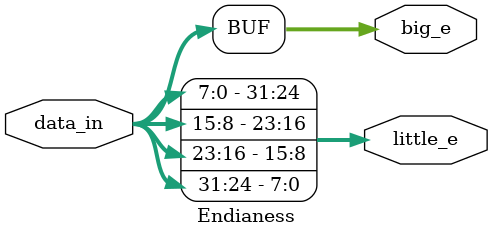
<source format=v>
module Endianess(input [31:0]data_in,
				 output[31:0]little_e,
				 output[31:0]big_e
				 	);
	assign little_e = {data_in[7:0],data_in[15:8],data_in[23:16],data_in[31:24]};
	assign big_e = {data_in[31:24],data_in[23:16],data_in[15:8],data_in[7:0]};

endmodule : Endianess




/*
So Why Does Everyone Have It Backwards?
However counter-intuitive it might seem at first, there are valid reasons why little-endian
is used over big-endian. The reason for the widespread use of little-endian is not because
of the ease of user understanding (as you might have figured out), but rather for ease of
the computer. Let’s take a look at why. We will use this 8-byte value 0x0000000000000042.

When we store it in little-endian we have the following.
0x00: 42 00 00 00 00 00 00 00

and in big-endian we would get.
0x00: 00 00 00 00 00 00 00 42

*/

</source>
